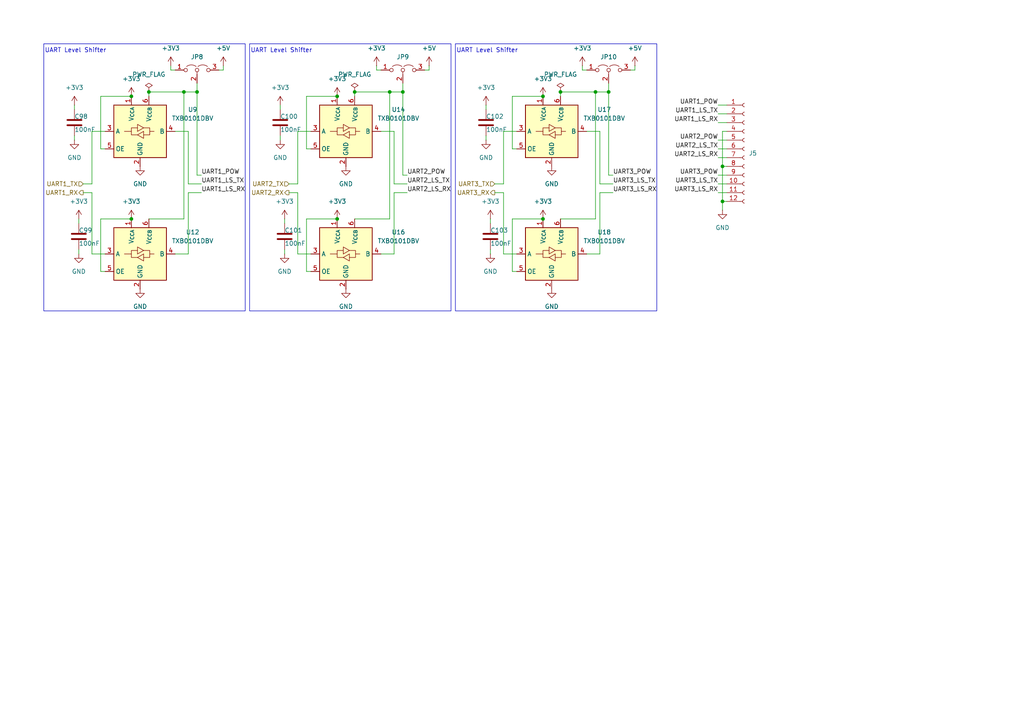
<source format=kicad_sch>
(kicad_sch (version 20231120) (generator "eeschema") (generator_version "8.0")
  (paper "A4")
  (title_block (title "FruityLogger") (date "2024-03-11") (rev "A") (company "FruityJungle Co."))
  (lib_symbols
    (symbol "Connector:Conn_01x12_Socket" (pin_names (offset 1.016) hide)
      (property "Reference" "J" (at 0 15.24 0))
      (property "Value" "Conn_01x12_Socket" (at 0 -17.78 0))
      (symbol "Conn_01x12_Socket_1_1"
        (arc (start 0 -14.732) (mid -0.5058 -15.24) (end 0 -15.748) (stroke (width 0.1524)))
        (arc (start 0 -12.192) (mid -0.5058 -12.7) (end 0 -13.208) (stroke (width 0.1524)))
        (arc (start 0 -9.652) (mid -0.5058 -10.16) (end 0 -10.668) (stroke (width 0.1524)))
        (arc (start 0 -7.112) (mid -0.5058 -7.62) (end 0 -8.128) (stroke (width 0.1524)))
        (arc (start 0 -4.572) (mid -0.5058 -5.08) (end 0 -5.588) (stroke (width 0.1524)))
        (arc (start 0 -2.032) (mid -0.5058 -2.54) (end 0 -3.048) (stroke (width 0.1524)))
        (polyline (pts (xy -1.27 -15.24) (xy -0.508 -15.24)) (stroke (width 0.1524)))
        (polyline (pts (xy -1.27 -12.7) (xy -0.508 -12.7)) (stroke (width 0.1524)))
        (polyline (pts (xy -1.27 -10.16) (xy -0.508 -10.16)) (stroke (width 0.1524)))
        (polyline (pts (xy -1.27 -7.62) (xy -0.508 -7.62)) (stroke (width 0.1524)))
        (polyline (pts (xy -1.27 -5.08) (xy -0.508 -5.08)) (stroke (width 0.1524)))
        (polyline (pts (xy -1.27 -2.54) (xy -0.508 -2.54)) (stroke (width 0.1524)))
        (polyline (pts (xy -1.27 0) (xy -0.508 0)) (stroke (width 0.1524)))
        (polyline (pts (xy -1.27 2.54) (xy -0.508 2.54)) (stroke (width 0.1524)))
        (polyline (pts (xy -1.27 5.08) (xy -0.508 5.08)) (stroke (width 0.1524)))
        (polyline (pts (xy -1.27 7.62) (xy -0.508 7.62)) (stroke (width 0.1524)))
        (polyline (pts (xy -1.27 10.16) (xy -0.508 10.16)) (stroke (width 0.1524)))
        (polyline (pts (xy -1.27 12.7) (xy -0.508 12.7)) (stroke (width 0.1524)))
        (arc (start 0 0.508) (mid -0.5058 0) (end 0 -0.508) (stroke (width 0.1524)))
        (arc (start 0 3.048) (mid -0.5058 2.54) (end 0 2.032) (stroke (width 0.1524)))
        (arc (start 0 5.588) (mid -0.5058 5.08) (end 0 4.572) (stroke (width 0.1524)))
        (arc (start 0 8.128) (mid -0.5058 7.62) (end 0 7.112) (stroke (width 0.1524)))
        (arc (start 0 10.668) (mid -0.5058 10.16) (end 0 9.652) (stroke (width 0.1524)))
        (arc (start 0 13.208) (mid -0.5058 12.7) (end 0 12.192) (stroke (width 0.1524)))
        (pin passive line (at -5.08 12.7 0) (length 3.81) (name "Pin_1") (number "1"))
        (pin passive line (at -5.08 -10.16 0) (length 3.81) (name "Pin_10") (number "10"))
        (pin passive line (at -5.08 -12.7 0) (length 3.81) (name "Pin_11") (number "11"))
        (pin passive line (at -5.08 -15.24 0) (length 3.81) (name "Pin_12") (number "12"))
        (pin passive line (at -5.08 10.16 0) (length 3.81) (name "Pin_2") (number "2"))
        (pin passive line (at -5.08 7.62 0) (length 3.81) (name "Pin_3") (number "3"))
        (pin passive line (at -5.08 5.08 0) (length 3.81) (name "Pin_4") (number "4"))
        (pin passive line (at -5.08 2.54 0) (length 3.81) (name "Pin_5") (number "5"))
        (pin passive line (at -5.08 0 0) (length 3.81) (name "Pin_6") (number "6"))
        (pin passive line (at -5.08 -2.54 0) (length 3.81) (name "Pin_7") (number "7"))
        (pin passive line (at -5.08 -5.08 0) (length 3.81) (name "Pin_8") (number "8"))
        (pin passive line (at -5.08 -7.62 0) (length 3.81) (name "Pin_9") (number "9"))
      )
    )
    (symbol "Device:C" (pin_numbers hide) (pin_names (offset 0.254))
      (property "Reference" "C" (at 0.635 2.54 0))
      (property "Value" "C" (at 0.635 -2.54 0))
      (symbol "C_0_1"
        (polyline (pts (xy -2.032 -0.762) (xy 2.032 -0.762)) (stroke (width 0.508)))
        (polyline (pts (xy -2.032 0.762) (xy 2.032 0.762)) (stroke (width 0.508)))
      )
      (symbol "C_1_1"
        (pin passive line (at 0 3.81 270) (length 2.794) (name "~") (number "1"))
        (pin passive line (at 0 -3.81 90) (length 2.794) (name "~") (number "2"))
      )
    )
    (symbol "Jumper:Jumper_3_Open" (pin_names (offset 0) hide)
      (property "Reference" "JP" (at -2.54 -2.54 0))
      (property "Value" "Jumper_3_Open" (at 0 2.794 0))
      (symbol "Jumper_3_Open_0_0"
        (circle (center -3.302 0) (radius 0.508))
        (circle (center 0 0) (radius 0.508))
        (circle (center 3.302 0) (radius 0.508))
      )
      (symbol "Jumper_3_Open_0_1"
        (arc (start -0.254 1.016) (mid -1.651 1.4992) (end -3.048 1.016))
        (polyline (pts (xy 0 -0.508) (xy 0 -1.27)))
        (arc (start 3.048 1.016) (mid 1.651 1.4992) (end 0.254 1.016))
      )
      (symbol "Jumper_3_Open_1_1"
        (pin passive line (at -6.35 0 0) (length 2.54) (name "A") (number "1"))
        (pin passive line (at 0 -3.81 90) (length 2.54) (name "C") (number "2"))
        (pin passive line (at 6.35 0 180) (length 2.54) (name "B") (number "3"))
      )
    )
    (symbol "Logic_LevelTranslator:TXB0101DBV"
      (property "Reference" "U" (at -6.35 8.89 0))
      (property "Value" "TXB0101DBV" (at 3.81 8.89 0))
      (symbol "TXB0101DBV_0_1"
        (rectangle (start -7.62 7.62) (end 7.62 -7.62) (stroke (width 0.254)) (fill (type background)))
        (polyline (pts (xy -2.54 0) (xy -2.54 1.016) (xy -0.762 1.016)))
        (polyline (pts (xy 2.794 0) (xy 2.794 -1.016) (xy 1.016 -1.016)))
        (polyline (pts (xy -0.762 -1.016) (xy -2.54 -1.016) (xy -2.54 0) (xy -4.572 0)))
        (polyline (pts (xy -0.762 0) (xy -0.762 2.032) (xy 1.016 1.016) (xy -0.762 0)))
        (polyline (pts (xy 1.016 1.016) (xy 2.794 1.016) (xy 2.794 0) (xy 4.064 0)))
        (polyline (pts (xy 1.016 0) (xy 1.016 -1.778) (xy 1.016 -2.032) (xy -0.762 -1.016) (xy 1.016 0)))
      )
      (symbol "TXB0101DBV_1_1"
        (pin power_in line (at -2.54 10.16 270) (length 2.54) (name "V_{CCA}") (number "1"))
        (pin power_in line (at 0 -10.16 90) (length 2.54) (name "GND") (number "2"))
        (pin bidirectional line (at -10.16 0 0) (length 2.54) (name "A") (number "3"))
        (pin bidirectional line (at 10.16 0 180) (length 2.54) (name "B") (number "4"))
        (pin input line (at -10.16 -5.08 0) (length 2.54) (name "OE") (number "5"))
        (pin power_in line (at 2.54 10.16 270) (length 2.54) (name "V_{CCB}") (number "6"))
      )
    )
    (symbol "power:+3V3" (power) (pin_numbers hide) (pin_names (offset 0) hide)
      (property "Value" "+3V3" (at 0 3.556 0))
      (symbol "+3V3_0_1"
        (polyline (pts (xy -0.762 1.27) (xy 0 2.54)))
        (polyline (pts (xy 0 0) (xy 0 2.54)))
        (polyline (pts (xy 0 2.54) (xy 0.762 1.27)))
      )
      (symbol "+3V3_1_1"
        (pin power_in line (at 0 0 90) (length 0) (name "~") (number "1"))
      )
    )
    (symbol "power:+5V" (power) (pin_numbers hide) (pin_names (offset 0) hide)
      (property "Value" "+5V" (at 0 3.556 0))
      (symbol "+5V_0_1"
        (polyline (pts (xy -0.762 1.27) (xy 0 2.54)))
        (polyline (pts (xy 0 0) (xy 0 2.54)))
        (polyline (pts (xy 0 2.54) (xy 0.762 1.27)))
      )
      (symbol "+5V_1_1"
        (pin power_in line (at 0 0 90) (length 0) (name "~") (number "1"))
      )
    )
    (symbol "power:GND" (power) (pin_numbers hide) (pin_names (offset 0) hide)
      (property "Value" "GND" (at 0 -3.81 0))
      (symbol "GND_0_1"
        (polyline (pts (xy 0 0) (xy 0 -1.27) (xy 1.27 -1.27) (xy 0 -2.54) (xy -1.27 -1.27) (xy 0 -1.27)))
      )
      (symbol "GND_1_1"
        (pin power_in line (at 0 0 270) (length 0) (name "~") (number "1"))
      )
    )
    (symbol "power:PWR_FLAG" (power) (pin_numbers hide) (pin_names (offset 0) hide)
      (property "Value" "PWR_FLAG" (at 0 3.81 0))
      (symbol "PWR_FLAG_0_0"
        (pin power_out line (at 0 0 90) (length 0) (name "~") (number "1"))
      )
      (symbol "PWR_FLAG_0_1"
        (polyline (pts (xy 0 0) (xy 0 1.27) (xy -1.016 1.905) (xy 0 2.54) (xy 1.016 1.905) (xy 0 1.27)))
      )
    )
  )
  (junction (at 38.1 63.5))
  (junction (at 97.79 27.94))
  (junction (at 38.1 27.94))
  (junction (at 102.87 26.67))
  (junction (at 57.15 26.67))
  (junction (at 172.72 26.67))
  (junction (at 43.18 26.67))
  (junction (at 113.03 26.67))
  (junction (at 116.84 26.67))
  (junction (at 209.55 48.26))
  (junction (at 209.55 58.42))
  (junction (at 97.79 63.5))
  (junction (at 53.34 26.67))
  (junction (at 162.56 26.67))
  (junction (at 157.48 63.5))
  (junction (at 157.48 27.94))
  (junction (at 176.53 26.67))
  (wire (pts (xy 30.48 78.74) (xy 29.21 78.74)))
  (wire (pts (xy 21.59 39.37) (xy 21.59 40.64)))
  (wire (pts (xy 116.84 26.67) (xy 116.84 24.13)))
  (wire (pts (xy 148.59 27.94) (xy 157.48 27.94)))
  (wire (pts (xy 162.56 63.5) (xy 172.72 63.5)))
  (wire (pts (xy 88.9 43.18) (xy 88.9 27.94)))
  (wire (pts (xy 184.15 19.05) (xy 184.15 20.32)))
  (wire (pts (xy 146.05 55.88) (xy 146.05 73.66)))
  (wire (pts (xy 24.13 55.88) (xy 26.67 55.88)))
  (wire (pts (xy 57.15 26.67) (xy 57.15 50.8)))
  (wire (pts (xy 57.15 50.8) (xy 58.42 50.8)))
  (wire (pts (xy 143.51 55.88) (xy 146.05 55.88)))
  (wire (pts (xy 29.21 27.94) (xy 38.1 27.94)))
  (wire (pts (xy 173.99 73.66) (xy 173.99 55.88)))
  (wire (pts (xy 90.17 78.74) (xy 88.9 78.74)))
  (wire (pts (xy 176.53 26.67) (xy 176.53 50.8)))
  (wire (pts (xy 173.99 53.34) (xy 177.8 53.34)))
  (wire (pts (xy 208.28 40.64) (xy 210.82 40.64)))
  (wire (pts (xy 114.3 73.66) (xy 114.3 55.88)))
  (wire (pts (xy 26.67 38.1) (xy 26.67 53.34)))
  (wire (pts (xy 86.36 55.88) (xy 86.36 73.66)))
  (wire (pts (xy 176.53 50.8) (xy 177.8 50.8)))
  (wire (pts (xy 170.18 20.32) (xy 168.91 20.32)))
  (wire (pts (xy 110.49 38.1) (xy 114.3 38.1)))
  (wire (pts (xy 30.48 73.66) (xy 26.67 73.66)))
  (wire (pts (xy 172.72 26.67) (xy 176.53 26.67)))
  (wire (pts (xy 88.9 63.5) (xy 97.79 63.5)))
  (wire (pts (xy 210.82 58.42) (xy 209.55 58.42)))
  (wire (pts (xy 114.3 55.88) (xy 118.11 55.88)))
  (wire (pts (xy 30.48 38.1) (xy 26.67 38.1)))
  (wire (pts (xy 140.97 39.37) (xy 140.97 40.64)))
  (wire (pts (xy 209.55 48.26) (xy 209.55 38.1)))
  (wire (pts (xy 113.03 63.5) (xy 113.03 26.67)))
  (wire (pts (xy 53.34 26.67) (xy 57.15 26.67)))
  (wire (pts (xy 49.53 19.05) (xy 49.53 20.32)))
  (wire (pts (xy 54.61 73.66) (xy 54.61 55.88)))
  (wire (pts (xy 90.17 38.1) (xy 86.36 38.1)))
  (wire (pts (xy 168.91 19.05) (xy 168.91 20.32)))
  (wire (pts (xy 102.87 63.5) (xy 113.03 63.5)))
  (wire (pts (xy 208.28 50.8) (xy 210.82 50.8)))
  (wire (pts (xy 148.59 63.5) (xy 157.48 63.5)))
  (wire (pts (xy 54.61 55.88) (xy 58.42 55.88)))
  (wire (pts (xy 86.36 38.1) (xy 86.36 53.34)))
  (wire (pts (xy 116.84 50.8) (xy 118.11 50.8)))
  (wire (pts (xy 43.18 27.94) (xy 43.18 26.67)))
  (wire (pts (xy 148.59 43.18) (xy 148.59 27.94)))
  (wire (pts (xy 116.84 26.67) (xy 116.84 50.8)))
  (wire (pts (xy 208.28 53.34) (xy 210.82 53.34)))
  (wire (pts (xy 170.18 73.66) (xy 173.99 73.66)))
  (wire (pts (xy 209.55 38.1) (xy 210.82 38.1)))
  (wire (pts (xy 29.21 63.5) (xy 38.1 63.5)))
  (wire (pts (xy 208.28 55.88) (xy 210.82 55.88)))
  (wire (pts (xy 148.59 78.74) (xy 148.59 63.5)))
  (wire (pts (xy 57.15 26.67) (xy 57.15 24.13)))
  (wire (pts (xy 162.56 27.94) (xy 162.56 26.67)))
  (wire (pts (xy 208.28 43.18) (xy 210.82 43.18)))
  (wire (pts (xy 81.28 39.37) (xy 81.28 40.64)))
  (wire (pts (xy 54.61 53.34) (xy 58.42 53.34)))
  (wire (pts (xy 22.86 72.39) (xy 22.86 73.66)))
  (wire (pts (xy 208.28 35.56) (xy 210.82 35.56)))
  (wire (pts (xy 142.24 64.77) (xy 142.24 63.5)))
  (wire (pts (xy 149.86 38.1) (xy 146.05 38.1)))
  (wire (pts (xy 149.86 43.18) (xy 148.59 43.18)))
  (wire (pts (xy 82.55 64.77) (xy 82.55 63.5)))
  (wire (pts (xy 53.34 63.5) (xy 53.34 26.67)))
  (wire (pts (xy 43.18 63.5) (xy 53.34 63.5)))
  (wire (pts (xy 208.28 45.72) (xy 210.82 45.72)))
  (wire (pts (xy 142.24 72.39) (xy 142.24 73.66)))
  (wire (pts (xy 90.17 43.18) (xy 88.9 43.18)))
  (wire (pts (xy 21.59 31.75) (xy 21.59 30.48)))
  (wire (pts (xy 50.8 73.66) (xy 54.61 73.66)))
  (wire (pts (xy 88.9 78.74) (xy 88.9 63.5)))
  (wire (pts (xy 90.17 73.66) (xy 86.36 73.66)))
  (wire (pts (xy 140.97 31.75) (xy 140.97 30.48)))
  (wire (pts (xy 81.28 31.75) (xy 81.28 30.48)))
  (wire (pts (xy 162.56 26.67) (xy 172.72 26.67)))
  (wire (pts (xy 208.28 33.02) (xy 210.82 33.02)))
  (wire (pts (xy 43.18 26.67) (xy 53.34 26.67)))
  (wire (pts (xy 149.86 78.74) (xy 148.59 78.74)))
  (wire (pts (xy 54.61 38.1) (xy 54.61 53.34)))
  (wire (pts (xy 114.3 53.34) (xy 118.11 53.34)))
  (wire (pts (xy 110.49 73.66) (xy 114.3 73.66)))
  (wire (pts (xy 208.28 30.48) (xy 210.82 30.48)))
  (wire (pts (xy 182.88 20.32) (xy 184.15 20.32)))
  (wire (pts (xy 29.21 78.74) (xy 29.21 63.5)))
  (wire (pts (xy 24.13 53.34) (xy 26.67 53.34)))
  (wire (pts (xy 30.48 43.18) (xy 29.21 43.18)))
  (wire (pts (xy 29.21 43.18) (xy 29.21 27.94)))
  (wire (pts (xy 170.18 38.1) (xy 173.99 38.1)))
  (wire (pts (xy 209.55 58.42) (xy 209.55 60.96)))
  (wire (pts (xy 113.03 26.67) (xy 116.84 26.67)))
  (wire (pts (xy 124.46 19.05) (xy 124.46 20.32)))
  (wire (pts (xy 173.99 38.1) (xy 173.99 53.34)))
  (wire (pts (xy 64.77 19.05) (xy 64.77 20.32)))
  (wire (pts (xy 149.86 73.66) (xy 146.05 73.66)))
  (wire (pts (xy 146.05 38.1) (xy 146.05 53.34)))
  (wire (pts (xy 102.87 26.67) (xy 113.03 26.67)))
  (wire (pts (xy 209.55 58.42) (xy 209.55 48.26)))
  (wire (pts (xy 176.53 26.67) (xy 176.53 24.13)))
  (wire (pts (xy 110.49 20.32) (xy 109.22 20.32)))
  (wire (pts (xy 26.67 55.88) (xy 26.67 73.66)))
  (wire (pts (xy 83.82 53.34) (xy 86.36 53.34)))
  (wire (pts (xy 123.19 20.32) (xy 124.46 20.32)))
  (wire (pts (xy 209.55 48.26) (xy 210.82 48.26)))
  (wire (pts (xy 143.51 53.34) (xy 146.05 53.34)))
  (wire (pts (xy 173.99 55.88) (xy 177.8 55.88)))
  (wire (pts (xy 109.22 19.05) (xy 109.22 20.32)))
  (wire (pts (xy 114.3 38.1) (xy 114.3 53.34)))
  (wire (pts (xy 88.9 27.94) (xy 97.79 27.94)))
  (wire (pts (xy 22.86 64.77) (xy 22.86 63.5)))
  (wire (pts (xy 50.8 38.1) (xy 54.61 38.1)))
  (wire (pts (xy 172.72 63.5) (xy 172.72 26.67)))
  (wire (pts (xy 63.5 20.32) (xy 64.77 20.32)))
  (wire (pts (xy 82.55 72.39) (xy 82.55 73.66)))
  (wire (pts (xy 83.82 55.88) (xy 86.36 55.88)))
  (wire (pts (xy 50.8 20.32) (xy 49.53 20.32)))
  (wire (pts (xy 102.87 27.94) (xy 102.87 26.67)))
  (rectangle (start 72.39 12.7) (end 130.81 90.17))
  (rectangle (start 132.08 12.7) (end 190.5 90.17))
  (rectangle (start 12.7 12.7) (end 71.12 90.17))
  (text "UART Level Shifter" (at 132.334 13.97 0) (effects (font (size 1.27 1.27)) (justify left top)))
  (text "UART Level Shifter" (at 12.954 13.97 0) (effects (font (size 1.27 1.27)) (justify left top)))
  (text "UART Level Shifter" (at 72.644 13.97 0) (effects (font (size 1.27 1.27)) (justify left top)))
  (label "UART2_LS_TX" (at 118.11 53.34 0))
  (label "UART1_POW" (at 58.42 50.8 0))
  (label "UART2_LS_TX" (at 208.28 43.18 180))
  (label "UART1_POW" (at 208.28 30.48 180))
  (label "UART3_POW" (at 208.28 50.8 180))
  (label "UART1_LS_RX" (at 58.42 55.88 0))
  (label "UART2_POW" (at 208.28 40.64 180))
  (label "UART3_LS_TX" (at 177.8 53.34 0))
  (label "UART1_LS_TX" (at 208.28 33.02 180))
  (label "UART2_POW" (at 118.11 50.8 0))
  (label "UART2_LS_RX" (at 118.11 55.88 0))
  (label "UART3_LS_RX" (at 177.8 55.88 0))
  (label "UART3_LS_TX" (at 208.28 53.34 180))
  (label "UART1_LS_TX" (at 58.42 53.34 0))
  (label "UART3_POW" (at 177.8 50.8 0))
  (label "UART1_LS_RX" (at 208.28 35.56 180))
  (label "UART2_LS_RX" (at 208.28 45.72 180))
  (label "UART3_LS_RX" (at 208.28 55.88 180))
  (hierarchical_label "UART3_TX" (shape input) (at 143.51 53.34 180))
  (hierarchical_label "UART2_TX" (shape input) (at 83.82 53.34 180))
  (hierarchical_label "UART3_RX" (shape output) (at 143.51 55.88 180))
  (hierarchical_label "UART2_RX" (shape output) (at 83.82 55.88 180))
  (hierarchical_label "UART1_TX" (shape input) (at 24.13 53.34 180))
  (hierarchical_label "UART1_RX" (shape output) (at 24.13 55.88 180))
  (symbol (lib_id "power:PWR_FLAG") (at 43.18 26.67 0) (unit 1)
    (property "Reference" "#FLG05" (effects (hide yes)))
    (property "Value" "PWR_FLAG" (at 43.18 21.59 0))
    (property "Description" "Special symbol for telling ERC where power comes from" (effects (hide yes)))
  )
  (symbol (lib_id "power:+3V3") (at 49.53 19.05 0) (unit 1)
    (property "Reference" "#PWR0254" (effects (hide yes)))
    (property "Value" "+3V3" (at 49.53 13.97 0))
    (property "Description" "Power symbol creates a global label with name \"+3V3\"" (effects (hide yes)))
  )
  (symbol (lib_id "power:+5V") (at 64.77 19.05 0) (unit 1)
    (property "Reference" "#PWR0255" (effects (hide yes)))
    (property "Value" "+5V" (at 64.77 13.97 0))
    (property "Description" "Power symbol creates a global label with name \"+5V\"" (effects (hide yes)))
  )
  (symbol (lib_id "Connector:Conn_01x12_Socket") (at 215.9 43.18 0) (unit 1)
    (property "Reference" "J5" (at 217.17 44.4499 0) (effects (justify left)))
    (property "Value" "Conn_01x12_Socket" (effects (hide yes)))
    (property "Footprint" "TerminalBlock_TE-Connectivity:TerminalBlock_TE_1-282834-2_1x12_P2.54mm_Horizontal" (effects (hide yes)))
    (property "Description" "Generic connector, single row, 01x12, script generated" (effects (hide yes)))
  )
  (symbol (lib_id "power:GND") (at 209.55 60.96 0) (unit 1)
    (property "Reference" "#PWR0286" (effects (hide yes)))
    (property "Value" "GND" (at 209.55 66.04 0))
    (property "Description" "Power symbol creates a global label with name \"GND\" , ground" (effects (hide yes)))
  )
  (symbol (lib_id "Logic_LevelTranslator:TXB0101DBV") (at 160.02 73.66 0) (unit 1)
    (property "Reference" "U18" (at 175.26 67.3414 0))
    (property "Value" "TXB0101DBV" (at 175.26 69.8814 0))
    (property "Footprint" "Package_TO_SOT_SMD:SOT-23-6" (effects (hide yes)))
    (property "Datasheet" "http://www.ti.com/lit/ds/symlink/txb0101.pdf" (effects (hide yes)))
    (property "Description" "1-Bit Bidirectional Voltage-Level Translator in TSSOP Package With Auto Direction Sensing and ±15-kV ESD Protection, SOT-23-6" (effects (hide yes)))
  )
  (symbol (lib_id "power:+3V3") (at 168.91 19.05 0) (unit 1)
    (property "Reference" "#PWR0283" (effects (hide yes)))
    (property "Value" "+3V3" (at 168.91 13.97 0))
    (property "Description" "Power symbol creates a global label with name \"+3V3\"" (effects (hide yes)))
  )
  (symbol (lib_id "power:+3V3") (at 157.48 27.94 0) (unit 1)
    (property "Reference" "#PWR0279" (effects (hide yes)))
    (property "Value" "+3V3" (at 157.48 22.86 0))
    (property "Description" "Power symbol creates a global label with name \"+3V3\"" (effects (hide yes)))
  )
  (symbol (lib_id "power:+3V3") (at 81.28 30.48 0) (unit 1)
    (property "Reference" "#PWR0264" (effects (hide yes)))
    (property "Value" "+3V3" (at 81.28 25.4 0))
    (property "Description" "Power symbol creates a global label with name \"+3V3\"" (effects (hide yes)))
  )
  (symbol (lib_id "power:GND") (at 22.86 73.66 0) (unit 1)
    (property "Reference" "#PWR0263" (effects (hide yes)))
    (property "Value" "GND" (at 22.86 78.74 0))
    (property "Description" "Power symbol creates a global label with name \"GND\" , ground" (effects (hide yes)))
  )
  (symbol (lib_id "power:+3V3") (at 22.86 63.5 0) (unit 1)
    (property "Reference" "#PWR0262" (effects (hide yes)))
    (property "Value" "+3V3" (at 22.86 58.42 0))
    (property "Description" "Power symbol creates a global label with name \"+3V3\"" (effects (hide yes)))
  )
  (symbol (lib_id "power:PWR_FLAG") (at 162.56 26.67 0) (unit 1)
    (property "Reference" "#FLG03" (effects (hide yes)))
    (property "Value" "PWR_FLAG" (at 162.56 21.59 0))
    (property "Description" "Special symbol for telling ERC where power comes from" (effects (hide yes)))
  )
  (symbol (lib_id "Device:C") (at 82.55 68.58 0) (unit 1)
    (property "Reference" "C101" (at 82.55 66.802 0) (effects (justify left)))
    (property "Value" "100nF" (at 82.55 70.612 0) (effects (justify left)))
    (property "Footprint" "Capacitor_SMD:C_0603_1608Metric" (effects (hide yes)))
    (property "Description" "Unpolarized capacitor" (effects (hide yes)))
    (property "Cost" "0.0021" (effects (hide yes)))
    (property "JLCPCB" "https://jlcpcb.com/partdetail/Yageo-CC0603KRX7R9BB104/C14663" (effects (hide yes)))
    (property "JLCPCB Basic?" "True" (effects (hide yes)))
  )
  (symbol (lib_id "power:+3V3") (at 97.79 27.94 0) (unit 1)
    (property "Reference" "#PWR0268" (effects (hide yes)))
    (property "Value" "+3V3" (at 97.79 22.86 0))
    (property "Description" "Power symbol creates a global label with name \"+3V3\"" (effects (hide yes)))
  )
  (symbol (lib_id "power:GND") (at 100.33 48.26 0) (unit 1)
    (property "Reference" "#PWR0270" (effects (hide yes)))
    (property "Value" "GND" (at 100.33 53.34 0))
    (property "Description" "Power symbol creates a global label with name \"GND\" , ground" (effects (hide yes)))
  )
  (symbol (lib_id "power:+3V3") (at 82.55 63.5 0) (unit 1)
    (property "Reference" "#PWR0266" (effects (hide yes)))
    (property "Value" "+3V3" (at 82.55 58.42 0))
    (property "Description" "Power symbol creates a global label with name \"+3V3\"" (effects (hide yes)))
  )
  (symbol (lib_id "Logic_LevelTranslator:TXB0101DBV") (at 160.02 38.1 0) (unit 1)
    (property "Reference" "U17" (at 175.26 31.7814 0))
    (property "Value" "TXB0101DBV" (at 175.26 34.3214 0))
    (property "Footprint" "Package_TO_SOT_SMD:SOT-23-6" (effects (hide yes)))
    (property "Datasheet" "http://www.ti.com/lit/ds/symlink/txb0101.pdf" (effects (hide yes)))
    (property "Description" "1-Bit Bidirectional Voltage-Level Translator in TSSOP Package With Auto Direction Sensing and ±15-kV ESD Protection, SOT-23-6" (effects (hide yes)))
  )
  (symbol (lib_id "Device:C") (at 21.59 35.56 0) (unit 1)
    (property "Reference" "C98" (at 21.59 33.782 0) (effects (justify left)))
    (property "Value" "100nF" (at 21.59 37.592 0) (effects (justify left)))
    (property "Footprint" "Capacitor_SMD:C_0603_1608Metric" (effects (hide yes)))
    (property "Description" "Unpolarized capacitor" (effects (hide yes)))
    (property "Cost" "0.0021" (effects (hide yes)))
    (property "JLCPCB" "https://jlcpcb.com/partdetail/Yageo-CC0603KRX7R9BB104/C14663" (effects (hide yes)))
    (property "JLCPCB Basic?" "True" (effects (hide yes)))
  )
  (symbol (lib_id "power:GND") (at 40.64 48.26 0) (unit 1)
    (property "Reference" "#PWR0257" (effects (hide yes)))
    (property "Value" "GND" (at 40.64 53.34 0))
    (property "Description" "Power symbol creates a global label with name \"GND\" , ground" (effects (hide yes)))
  )
  (symbol (lib_id "power:GND") (at 142.24 73.66 0) (unit 1)
    (property "Reference" "#PWR0278" (effects (hide yes)))
    (property "Value" "GND" (at 142.24 78.74 0))
    (property "Description" "Power symbol creates a global label with name \"GND\" , ground" (effects (hide yes)))
  )
  (symbol (lib_id "Device:C") (at 81.28 35.56 0) (unit 1)
    (property "Reference" "C100" (at 81.28 33.782 0) (effects (justify left)))
    (property "Value" "100nF" (at 81.28 37.592 0) (effects (justify left)))
    (property "Footprint" "Capacitor_SMD:C_0603_1608Metric" (effects (hide yes)))
    (property "Description" "Unpolarized capacitor" (effects (hide yes)))
    (property "Cost" "0.0021" (effects (hide yes)))
    (property "JLCPCB" "https://jlcpcb.com/partdetail/Yageo-CC0603KRX7R9BB104/C14663" (effects (hide yes)))
    (property "JLCPCB Basic?" "True" (effects (hide yes)))
  )
  (symbol (lib_id "Jumper:Jumper_3_Open") (at 176.53 20.32 0) (unit 1)
    (property "Reference" "JP10" (at 176.53 16.51 0))
    (property "Value" "Jumper_3_Open" (effects (hide yes)))
    (property "Footprint" "Connector_PinHeader_2.54mm:PinHeader_1x03_P2.54mm_Vertical" (effects (hide yes)))
    (property "Description" "Jumper, 3-pole, both open" (effects (hide yes)))
  )
  (symbol (lib_id "power:+5V") (at 184.15 19.05 0) (unit 1)
    (property "Reference" "#PWR0285" (effects (hide yes)))
    (property "Value" "+5V" (at 184.15 13.97 0))
    (property "Description" "Power symbol creates a global label with name \"+5V\"" (effects (hide yes)))
  )
  (symbol (lib_id "Logic_LevelTranslator:TXB0101DBV") (at 40.64 73.66 0) (unit 1)
    (property "Reference" "U12" (at 55.88 67.3414 0))
    (property "Value" "TXB0101DBV" (at 55.88 69.8814 0))
    (property "Footprint" "Package_TO_SOT_SMD:SOT-23-6" (effects (hide yes)))
    (property "Datasheet" "http://www.ti.com/lit/ds/symlink/txb0101.pdf" (effects (hide yes)))
    (property "Description" "1-Bit Bidirectional Voltage-Level Translator in TSSOP Package With Auto Direction Sensing and ±15-kV ESD Protection, SOT-23-6" (effects (hide yes)))
  )
  (symbol (lib_id "power:PWR_FLAG") (at 102.87 26.67 0) (unit 1)
    (property "Reference" "#FLG04" (effects (hide yes)))
    (property "Value" "PWR_FLAG" (at 102.87 21.59 0))
    (property "Description" "Special symbol for telling ERC where power comes from" (effects (hide yes)))
  )
  (symbol (lib_id "Device:C") (at 22.86 68.58 0) (unit 1)
    (property "Reference" "C99" (at 22.86 66.802 0) (effects (justify left)))
    (property "Value" "100nF" (at 22.86 70.612 0) (effects (justify left)))
    (property "Footprint" "Capacitor_SMD:C_0603_1608Metric" (effects (hide yes)))
    (property "Description" "Unpolarized capacitor" (effects (hide yes)))
    (property "Cost" "0.0021" (effects (hide yes)))
    (property "JLCPCB" "https://jlcpcb.com/partdetail/Yageo-CC0603KRX7R9BB104/C14663" (effects (hide yes)))
    (property "JLCPCB Basic?" "True" (effects (hide yes)))
  )
  (symbol (lib_id "power:+3V3") (at 157.48 63.5 0) (unit 1)
    (property "Reference" "#PWR0280" (effects (hide yes)))
    (property "Value" "+3V3" (at 157.48 58.42 0))
    (property "Description" "Power symbol creates a global label with name \"+3V3\"" (effects (hide yes)))
  )
  (symbol (lib_id "power:GND") (at 160.02 83.82 0) (unit 1)
    (property "Reference" "#PWR0282" (effects (hide yes)))
    (property "Value" "GND" (at 160.02 88.9 0))
    (property "Description" "Power symbol creates a global label with name \"GND\" , ground" (effects (hide yes)))
  )
  (symbol (lib_id "power:+3V3") (at 140.97 30.48 0) (unit 1)
    (property "Reference" "#PWR0275" (effects (hide yes)))
    (property "Value" "+3V3" (at 140.97 25.4 0))
    (property "Description" "Power symbol creates a global label with name \"+3V3\"" (effects (hide yes)))
  )
  (symbol (lib_id "power:GND") (at 21.59 40.64 0) (unit 1)
    (property "Reference" "#PWR0261" (effects (hide yes)))
    (property "Value" "GND" (at 21.59 45.72 0))
    (property "Description" "Power symbol creates a global label with name \"GND\" , ground" (effects (hide yes)))
  )
  (symbol (lib_id "power:GND") (at 82.55 73.66 0) (unit 1)
    (property "Reference" "#PWR0267" (effects (hide yes)))
    (property "Value" "GND" (at 82.55 78.74 0))
    (property "Description" "Power symbol creates a global label with name \"GND\" , ground" (effects (hide yes)))
  )
  (symbol (lib_id "power:+3V3") (at 21.59 30.48 0) (unit 1)
    (property "Reference" "#PWR0260" (effects (hide yes)))
    (property "Value" "+3V3" (at 21.59 25.4 0))
    (property "Description" "Power symbol creates a global label with name \"+3V3\"" (effects (hide yes)))
  )
  (symbol (lib_id "power:GND") (at 81.28 40.64 0) (unit 1)
    (property "Reference" "#PWR0265" (effects (hide yes)))
    (property "Value" "GND" (at 81.28 45.72 0))
    (property "Description" "Power symbol creates a global label with name \"GND\" , ground" (effects (hide yes)))
  )
  (symbol (lib_id "power:+5V") (at 124.46 19.05 0) (unit 1)
    (property "Reference" "#PWR0274" (effects (hide yes)))
    (property "Value" "+5V" (at 124.46 13.97 0))
    (property "Description" "Power symbol creates a global label with name \"+5V\"" (effects (hide yes)))
  )
  (symbol (lib_id "Logic_LevelTranslator:TXB0101DBV") (at 100.33 38.1 0) (unit 1)
    (property "Reference" "U14" (at 115.57 31.7814 0))
    (property "Value" "TXB0101DBV" (at 115.57 34.3214 0))
    (property "Footprint" "Package_TO_SOT_SMD:SOT-23-6" (effects (hide yes)))
    (property "Datasheet" "http://www.ti.com/lit/ds/symlink/txb0101.pdf" (effects (hide yes)))
    (property "Description" "1-Bit Bidirectional Voltage-Level Translator in TSSOP Package With Auto Direction Sensing and ±15-kV ESD Protection, SOT-23-6" (effects (hide yes)))
  )
  (symbol (lib_id "power:GND") (at 140.97 40.64 0) (unit 1)
    (property "Reference" "#PWR0276" (effects (hide yes)))
    (property "Value" "GND" (at 140.97 45.72 0))
    (property "Description" "Power symbol creates a global label with name \"GND\" , ground" (effects (hide yes)))
  )
  (symbol (lib_id "Jumper:Jumper_3_Open") (at 57.15 20.32 0) (unit 1)
    (property "Reference" "JP8" (at 57.15 16.51 0))
    (property "Value" "Jumper_3_Open" (effects (hide yes)))
    (property "Footprint" "Connector_PinHeader_2.54mm:PinHeader_1x03_P2.54mm_Vertical" (effects (hide yes)))
    (property "Description" "Jumper, 3-pole, both open" (effects (hide yes)))
  )
  (symbol (lib_id "Logic_LevelTranslator:TXB0101DBV") (at 40.64 38.1 0) (unit 1)
    (property "Reference" "U9" (at 55.88 31.7814 0))
    (property "Value" "TXB0101DBV" (at 55.88 34.3214 0))
    (property "Footprint" "Package_TO_SOT_SMD:SOT-23-6" (effects (hide yes)))
    (property "Datasheet" "http://www.ti.com/lit/ds/symlink/txb0101.pdf" (effects (hide yes)))
    (property "Description" "1-Bit Bidirectional Voltage-Level Translator in TSSOP Package With Auto Direction Sensing and ±15-kV ESD Protection, SOT-23-6" (effects (hide yes)))
  )
  (symbol (lib_id "power:+3V3") (at 109.22 19.05 0) (unit 1)
    (property "Reference" "#PWR0272" (effects (hide yes)))
    (property "Value" "+3V3" (at 109.22 13.97 0))
    (property "Description" "Power symbol creates a global label with name \"+3V3\"" (effects (hide yes)))
  )
  (symbol (lib_id "Device:C") (at 142.24 68.58 0) (unit 1)
    (property "Reference" "C103" (at 142.24 66.802 0) (effects (justify left)))
    (property "Value" "100nF" (at 142.24 70.612 0) (effects (justify left)))
    (property "Footprint" "Capacitor_SMD:C_0603_1608Metric" (effects (hide yes)))
    (property "Description" "Unpolarized capacitor" (effects (hide yes)))
    (property "Cost" "0.0021" (effects (hide yes)))
    (property "JLCPCB" "https://jlcpcb.com/partdetail/Yageo-CC0603KRX7R9BB104/C14663" (effects (hide yes)))
    (property "JLCPCB Basic?" "True" (effects (hide yes)))
  )
  (symbol (lib_id "power:+3V3") (at 97.79 63.5 0) (unit 1)
    (property "Reference" "#PWR0269" (effects (hide yes)))
    (property "Value" "+3V3" (at 97.79 58.42 0))
    (property "Description" "Power symbol creates a global label with name \"+3V3\"" (effects (hide yes)))
  )
  (symbol (lib_id "power:GND") (at 100.33 83.82 0) (unit 1)
    (property "Reference" "#PWR0271" (effects (hide yes)))
    (property "Value" "GND" (at 100.33 88.9 0))
    (property "Description" "Power symbol creates a global label with name \"GND\" , ground" (effects (hide yes)))
  )
  (symbol (lib_id "Device:C") (at 140.97 35.56 0) (unit 1)
    (property "Reference" "C102" (at 140.97 33.782 0) (effects (justify left)))
    (property "Value" "100nF" (at 140.97 37.592 0) (effects (justify left)))
    (property "Footprint" "Capacitor_SMD:C_0603_1608Metric" (effects (hide yes)))
    (property "Description" "Unpolarized capacitor" (effects (hide yes)))
    (property "Cost" "0.0021" (effects (hide yes)))
    (property "JLCPCB" "https://jlcpcb.com/partdetail/Yageo-CC0603KRX7R9BB104/C14663" (effects (hide yes)))
    (property "JLCPCB Basic?" "True" (effects (hide yes)))
  )
  (symbol (lib_id "power:+3V3") (at 38.1 63.5 0) (unit 1)
    (property "Reference" "#PWR0259" (effects (hide yes)))
    (property "Value" "+3V3" (at 38.1 58.42 0))
    (property "Description" "Power symbol creates a global label with name \"+3V3\"" (effects (hide yes)))
  )
  (symbol (lib_id "power:+3V3") (at 142.24 63.5 0) (unit 1)
    (property "Reference" "#PWR0277" (effects (hide yes)))
    (property "Value" "+3V3" (at 142.24 58.42 0))
    (property "Description" "Power symbol creates a global label with name \"+3V3\"" (effects (hide yes)))
  )
  (symbol (lib_id "power:GND") (at 160.02 48.26 0) (unit 1)
    (property "Reference" "#PWR0281" (effects (hide yes)))
    (property "Value" "GND" (at 160.02 53.34 0))
    (property "Description" "Power symbol creates a global label with name \"GND\" , ground" (effects (hide yes)))
  )
  (symbol (lib_id "power:+3V3") (at 38.1 27.94 0) (unit 1)
    (property "Reference" "#PWR0256" (effects (hide yes)))
    (property "Value" "+3V3" (at 38.1 22.86 0))
    (property "Description" "Power symbol creates a global label with name \"+3V3\"" (effects (hide yes)))
  )
  (symbol (lib_id "Logic_LevelTranslator:TXB0101DBV") (at 100.33 73.66 0) (unit 1)
    (property "Reference" "U16" (at 115.57 67.3414 0))
    (property "Value" "TXB0101DBV" (at 115.57 69.8814 0))
    (property "Footprint" "Package_TO_SOT_SMD:SOT-23-6" (effects (hide yes)))
    (property "Datasheet" "http://www.ti.com/lit/ds/symlink/txb0101.pdf" (effects (hide yes)))
    (property "Description" "1-Bit Bidirectional Voltage-Level Translator in TSSOP Package With Auto Direction Sensing and ±15-kV ESD Protection, SOT-23-6" (effects (hide yes)))
  )
  (symbol (lib_id "power:GND") (at 40.64 83.82 0) (unit 1)
    (property "Reference" "#PWR0258" (effects (hide yes)))
    (property "Value" "GND" (at 40.64 88.9 0))
    (property "Description" "Power symbol creates a global label with name \"GND\" , ground" (effects (hide yes)))
  )
  (symbol (lib_id "Jumper:Jumper_3_Open") (at 116.84 20.32 0) (unit 1)
    (property "Reference" "JP9" (at 116.84 16.51 0))
    (property "Value" "Jumper_3_Open" (effects (hide yes)))
    (property "Footprint" "Connector_PinHeader_2.54mm:PinHeader_1x03_P2.54mm_Vertical" (effects (hide yes)))
    (property "Description" "Jumper, 3-pole, both open" (effects (hide yes)))
  )
)
</source>
